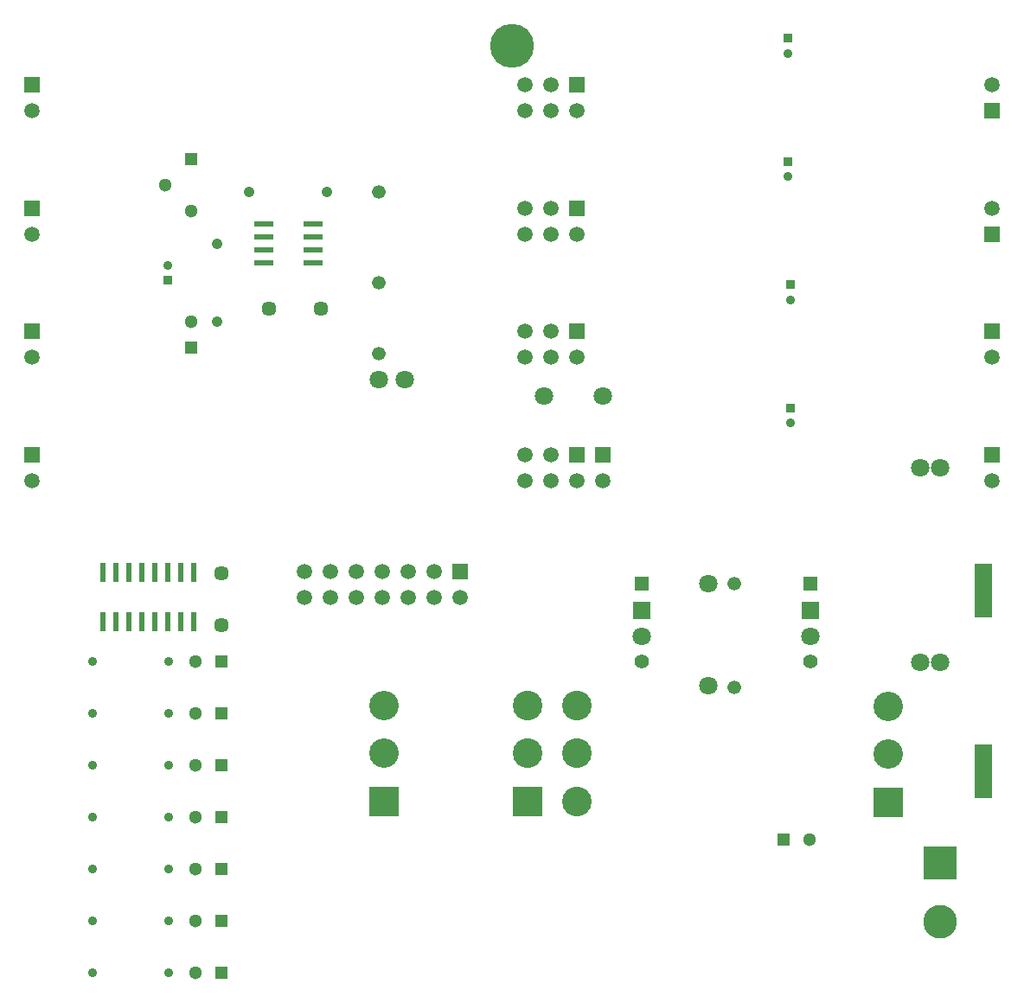
<source format=gbr>
G04 DipTrace 4.3.0.5*
G04 TopPaste.gbr*
%MOMM*%
G04 #@! TF.FileFunction,Paste,Top*
G04 #@! TF.Part,Single*
%AMOUTLINE2*
4,1,28,
0.15345,-0.935,
-0.15345,-0.935,
-0.17789,-0.93178,
-0.19457,-0.92487,
-0.20889,-0.91389,
-0.21987,-0.89957,
-0.22678,-0.88289,
-0.23,-0.85845,
-0.23,0.85845,
-0.22678,0.88289,
-0.21987,0.89957,
-0.20889,0.91389,
-0.19457,0.92487,
-0.17789,0.93178,
-0.15345,0.935,
0.15345,0.935,
0.17789,0.93178,
0.19457,0.92487,
0.20889,0.91389,
0.21987,0.89957,
0.22678,0.88289,
0.23,0.85845,
0.23,-0.85845,
0.22678,-0.88289,
0.21987,-0.89957,
0.20889,-0.91389,
0.19457,-0.92487,
0.17789,-0.93178,
0.15345,-0.935,
0*%
%AMOUTLINE5*
4,1,28,
-0.15345,0.935,
0.15345,0.935,
0.17789,0.93178,
0.19457,0.92487,
0.20889,0.91389,
0.21987,0.89957,
0.22678,0.88289,
0.23,0.85845,
0.23,-0.85845,
0.22678,-0.88289,
0.21987,-0.89957,
0.20889,-0.91389,
0.19457,-0.92487,
0.17789,-0.93178,
0.15345,-0.935,
-0.15345,-0.935,
-0.17789,-0.93178,
-0.19457,-0.92487,
-0.20889,-0.91389,
-0.21987,-0.89957,
-0.22678,-0.88289,
-0.23,-0.85845,
-0.23,0.85845,
-0.22678,0.88289,
-0.21987,0.89957,
-0.20889,0.91389,
-0.19457,0.92487,
-0.17789,0.93178,
-0.15345,0.935,
0*%
%AMOUTLINE8*
4,1,28,
0.935,0.15345,
0.935,-0.15345,
0.93178,-0.17789,
0.92487,-0.19457,
0.91389,-0.20889,
0.89957,-0.21987,
0.88289,-0.22678,
0.85845,-0.23,
-0.85845,-0.23,
-0.88289,-0.22678,
-0.89957,-0.21987,
-0.91389,-0.20889,
-0.92487,-0.19457,
-0.93178,-0.17789,
-0.935,-0.15345,
-0.935,0.15345,
-0.93178,0.17789,
-0.92487,0.19457,
-0.91389,0.20889,
-0.89957,0.21987,
-0.88289,0.22678,
-0.85845,0.23,
0.85845,0.23,
0.88289,0.22678,
0.89957,0.21987,
0.91389,0.20889,
0.92487,0.19457,
0.93178,0.17789,
0.935,0.15345,
0*%
%AMOUTLINE11*
4,1,28,
-0.935,-0.15345,
-0.935,0.15345,
-0.93178,0.17789,
-0.92487,0.19457,
-0.91389,0.20889,
-0.89957,0.21987,
-0.88289,0.22678,
-0.85845,0.23,
0.85845,0.23,
0.88289,0.22678,
0.89957,0.21987,
0.91389,0.20889,
0.92487,0.19457,
0.93178,0.17789,
0.935,0.15345,
0.935,-0.15345,
0.93178,-0.17789,
0.92487,-0.19457,
0.91389,-0.20889,
0.89957,-0.21987,
0.88289,-0.22678,
0.85845,-0.23,
-0.85845,-0.23,
-0.88289,-0.22678,
-0.89957,-0.21987,
-0.91389,-0.20889,
-0.92487,-0.19457,
-0.93178,-0.17789,
-0.935,-0.15345,
0*%
%ADD33C,1.5*%
%ADD34R,1.5X1.5*%
%ADD71C,1.07*%
%ADD73C,1.07*%
%ADD75C,1.8*%
%ADD77R,1.8X1.8*%
%ADD78R,1.3X1.3*%
%ADD79R,0.9X0.9*%
%ADD81C,4.3*%
%ADD83C,1.45*%
%ADD85C,1.8*%
%ADD86C,1.3*%
%ADD87C,0.9*%
%ADD88C,3.3*%
%ADD89C,2.9*%
%ADD90R,3.3X3.3*%
%ADD91R,2.9X2.9*%
%ADD93C,2.88*%
%ADD95R,2.88X2.88*%
%ADD97R,1.8X2.8*%
%ADD101C,1.324*%
%ADD103C,1.324*%
%ADD107C,1.49*%
%ADD109R,1.49X1.49*%
%ADD110C,1.4*%
%ADD111R,1.4X1.4*%
%ADD122OUTLINE2*%
%ADD125OUTLINE5*%
%ADD128OUTLINE8*%
%ADD131OUTLINE11*%
%FSLAX35Y35*%
G04*
G71*
G90*
G75*
G01*
G04 TopPaste*
%LPD*%
D111*
X2918880Y-563753D3*
D110*
Y-1325753D3*
D111*
X1270000Y-563753D3*
D110*
Y-1325753D3*
D109*
X-4699000Y4318000D3*
D107*
Y4064000D3*
D34*
X635000Y4318000D3*
D33*
Y4064000D3*
X381000Y4318000D3*
Y4064000D3*
X127000Y4318000D3*
Y4064000D3*
D86*
X2912063Y-3076367D3*
D78*
X2658063D3*
D103*
X2172753Y-1579753D3*
D101*
Y-563753D3*
D88*
X4191000Y-3873500D3*
D90*
Y-3302000D3*
D97*
X4617503Y-762000D3*
Y-508000D3*
Y-2532253D3*
Y-2278253D3*
D34*
X-508000Y-444500D3*
D33*
Y-698500D3*
X-762000Y-444500D3*
Y-698500D3*
X-1016000Y-444500D3*
Y-698500D3*
X-1270000Y-444500D3*
Y-698500D3*
X-1524000Y-444500D3*
Y-698500D3*
X-1778000Y-444500D3*
Y-698500D3*
X-2032000Y-444500D3*
Y-698500D3*
D86*
X-3097747Y-1325753D3*
D78*
X-2843747D3*
D95*
X-1256247Y-2699553D3*
D93*
Y-2229553D3*
Y-1759553D3*
D91*
X153253Y-2699553D3*
D89*
Y-2229553D3*
Y-1759553D3*
X636253D3*
Y-2229553D3*
Y-2699553D3*
D122*
X-3111500Y-456000D3*
X-3238500D3*
X-3365500D3*
X-3492500D3*
X-3619500D3*
X-3746500D3*
X-3873500D3*
X-4000500D3*
D125*
Y-941000D3*
X-3873500D3*
X-3746500D3*
X-3619500D3*
X-3492500D3*
X-3365500D3*
X-3238500D3*
X-3111500D3*
D87*
X-4107747Y-1325753D3*
X-3357747D3*
X-4107747Y-1833753D3*
X-3357747D3*
X-4107747Y-2341753D3*
X-3357747D3*
X-4107747Y-2849753D3*
X-3357747D3*
X-4107747Y-3357753D3*
X-3357747D3*
X-4107747Y-3865753D3*
X-3357747D3*
X-4107747Y-4373753D3*
X-3357747D3*
D86*
X-3097747Y-1833753D3*
D78*
X-2843747D3*
D86*
X-3097747Y-2341753D3*
D78*
X-2843747D3*
D86*
X-3097747Y-2849753D3*
D78*
X-2843747D3*
D86*
X-3097747Y-3357753D3*
D78*
X-2843747D3*
D86*
X-3097747Y-3865753D3*
D78*
X-2843747D3*
D86*
X-3097747Y-4373753D3*
D78*
X-2843747D3*
D85*
X1918753Y-563753D3*
Y-1564500D3*
D83*
X-2843747Y-976503D3*
Y-468503D3*
D95*
X3685267Y-2707300D3*
D93*
Y-2237300D3*
Y-1767300D3*
D81*
X0Y4699000D3*
D109*
X-4699000Y3111500D3*
D107*
Y2857500D3*
D34*
X635000Y3111500D3*
D33*
Y2857500D3*
X381000Y3111500D3*
Y2857500D3*
X127000Y3111500D3*
Y2857500D3*
D79*
X2698750Y3567500D3*
D87*
Y3417500D3*
D79*
X2730500Y1154500D3*
D87*
Y1004500D3*
D79*
X2698750Y4774000D3*
D87*
Y4624000D3*
D34*
X635000Y1905000D3*
D33*
Y1651000D3*
X381000Y1905000D3*
Y1651000D3*
X127000Y1905000D3*
Y1651000D3*
D79*
X2730500Y2361000D3*
D87*
Y2211000D3*
D109*
X4699000Y2857500D3*
D107*
Y3111500D3*
D109*
X-4699000Y1905000D3*
D107*
Y1651000D3*
D109*
X4699000Y1905000D3*
D107*
Y1651000D3*
D109*
Y4064000D3*
D107*
Y4318000D3*
D109*
X-4699000Y698500D3*
D107*
Y444500D3*
D34*
X635000Y698500D3*
D33*
Y444500D3*
X381000Y698500D3*
Y444500D3*
X127000Y698500D3*
Y444500D3*
D109*
X4699000Y698500D3*
D107*
Y444500D3*
D77*
X1270000Y-825500D3*
X2921000D3*
D75*
X1270000Y-1079500D3*
X2921000D3*
D83*
X-2381250Y2127250D3*
X-1873250D3*
D86*
X-3143250Y2000250D3*
D78*
Y1746250D3*
D73*
X-1809750Y3270250D3*
D71*
X-2571750D3*
D78*
X-3143250Y3587750D3*
D86*
X-3397250Y3333750D3*
X-3143250Y3079750D3*
D73*
X-2889250Y2000250D3*
D71*
Y2762250D3*
D103*
X-1301750Y3270250D3*
Y1682750D3*
Y2381250D3*
D128*
X-2433250Y2952750D3*
Y2825750D3*
Y2698750D3*
Y2571750D3*
D131*
X-1948250D3*
Y2698750D3*
Y2825750D3*
Y2952750D3*
D75*
X-1301750Y1428750D3*
X-1047750D3*
D79*
X-3365500Y2401500D3*
D87*
Y2551500D3*
D109*
X889000Y698500D3*
D107*
Y444500D3*
D75*
X317500Y1270000D3*
X889000D3*
X4191000Y-1333500D3*
Y571500D3*
X4000500Y-1333500D3*
Y571500D3*
M02*

</source>
